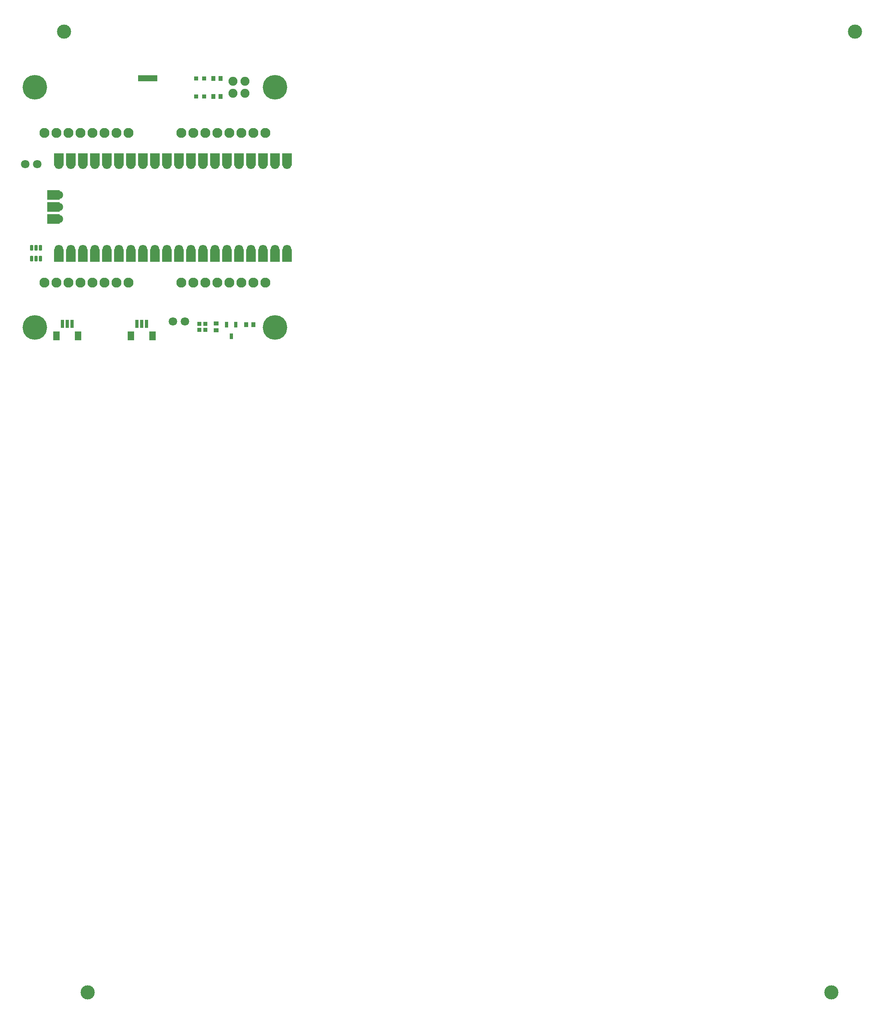
<source format=gts>
G04 Layer: TopSolderMaskLayer*
G04 EasyEDA v6.5.29, 2023-07-09 12:24:00*
G04 97f15dd9b7304d05b9f7bb3fd5aabb56,5a6b42c53f6a479593ecc07194224c93,10*
G04 Gerber Generator version 0.2*
G04 Scale: 100 percent, Rotated: No, Reflected: No *
G04 Dimensions in millimeters *
G04 leading zeros omitted , absolute positions ,4 integer and 5 decimal *
%FSLAX45Y45*%
%MOMM*%

%AMMACRO1*1,1,$1,$2,$3*1,1,$1,$4,$5*1,1,$1,0-$2,0-$3*1,1,$1,0-$4,0-$5*20,1,$1,$2,$3,$4,$5,0*20,1,$1,$4,$5,0-$2,0-$3,0*20,1,$1,0-$2,0-$3,0-$4,0-$5,0*20,1,$1,0-$4,0-$5,$2,$3,0*4,1,4,$2,$3,$4,$5,0-$2,0-$3,0-$4,0-$5,$2,$3,0*%
%ADD10MACRO1,0.1016X-0.4X0.4X0.4X0.4*%
%ADD11MACRO1,0.1016X0.45X0.4X0.45X-0.4*%
%ADD12MACRO1,0.1016X-0.6X0.9X0.6X0.9*%
%ADD13MACRO1,0.1016X-0.6007X0.8992X0.6007X0.8992*%
%ADD14MACRO1,0.1016X-0.3X0.775X0.3X0.775*%
%ADD15MACRO1,0.1016X-0.4032X-0.432X-0.4032X0.432*%
%ADD16MACRO1,0.1016X0.4032X-0.432X0.4032X0.432*%
%ADD17MACRO1,0.1016X-0.4X-0.4X-0.4X0.4*%
%ADD18MACRO1,0.1016X-0.3X-0.535X-0.3X0.535*%
%ADD19MACRO1,0.1016X0.266X-0.536X-0.266X-0.536*%
%ADD20C,5.2032*%
%ADD21C,2.1016*%
%ADD22C,1.8016*%
%ADD23C,1.9016*%
%ADD24C,3.0000*%
%ADD25C,0.0147*%

%LPD*%
D10*
G01*
X3989301Y458701D03*
G01*
X3989301Y328698D03*
G01*
X3859298Y328698D03*
G01*
X3859298Y458701D03*
D11*
G01*
X4216400Y323700D03*
G01*
X4216400Y463699D03*
D12*
G01*
X836813Y203951D03*
D13*
G01*
X1296786Y203974D03*
D14*
G01*
X1166812Y456450D03*
G01*
X1066812Y456450D03*
G01*
X966812Y456450D03*
D12*
G01*
X2411613Y203951D03*
D13*
G01*
X2871586Y203974D03*
D14*
G01*
X2741612Y456450D03*
G01*
X2641612Y456450D03*
G01*
X2541612Y456450D03*
D15*
G01*
X4304424Y5651500D03*
D16*
G01*
X4153775Y5651500D03*
D17*
G01*
X3958589Y5270500D03*
G01*
X3788410Y5270500D03*
D15*
G01*
X4304424Y5270500D03*
D16*
G01*
X4153775Y5270500D03*
D17*
G01*
X3958589Y5651500D03*
G01*
X3788410Y5651500D03*
D15*
G01*
X5002924Y444500D03*
D16*
G01*
X4852275Y444500D03*
D18*
G01*
X4628895Y440999D03*
G01*
X4438904Y440999D03*
G01*
X4533900Y194000D03*
D19*
G01*
X501396Y2070709D03*
G01*
X406400Y2070709D03*
G01*
X311403Y2070709D03*
G01*
X311403Y1840890D03*
G01*
X406400Y1840890D03*
G01*
X501396Y1840890D03*
D20*
G01*
X381000Y5461000D03*
G01*
X5461000Y5461000D03*
G01*
X5461000Y381000D03*
G01*
X381000Y381000D03*
D21*
G01*
X2362200Y4495800D03*
G01*
X2108200Y4495800D03*
G01*
X1854200Y4495800D03*
G01*
X1600200Y4495800D03*
G01*
X1346200Y4495800D03*
G01*
X1092200Y4495800D03*
G01*
X838200Y4495800D03*
G01*
X584200Y4495800D03*
D22*
G01*
X889000Y2679700D03*
G01*
X889000Y3187700D03*
G01*
X889000Y2933700D03*
G01*
X889000Y2044700D03*
G01*
X1143000Y2044700D03*
G01*
X1397000Y2044700D03*
G01*
X1651000Y2044700D03*
G01*
X1905000Y2044700D03*
G01*
X2159000Y2044700D03*
G01*
X2413000Y2044700D03*
G01*
X2667000Y2044700D03*
G01*
X2921000Y2044700D03*
G01*
X3175000Y2044700D03*
G01*
X3429000Y2044700D03*
G01*
X3683000Y2044700D03*
G01*
X3937000Y2044700D03*
G01*
X4191000Y2044700D03*
G01*
X4445000Y2044700D03*
G01*
X4699000Y2044700D03*
G01*
X4953000Y2044700D03*
G01*
X5207000Y2044700D03*
G01*
X5461000Y2044700D03*
G01*
X889000Y3822700D03*
G01*
X1143000Y3822700D03*
G01*
X1397000Y3822700D03*
G01*
X1651000Y3822700D03*
G01*
X1905000Y3822700D03*
G01*
X2159000Y3822700D03*
G01*
X2413000Y3822700D03*
G01*
X2667000Y3822700D03*
G01*
X2921000Y3822700D03*
G01*
X3175000Y3822700D03*
G01*
X3429000Y3822700D03*
G01*
X3683000Y3822700D03*
G01*
X3937000Y3822700D03*
G01*
X4191000Y3822700D03*
G01*
X4445000Y3822700D03*
G01*
X4699000Y3822700D03*
G01*
X4953000Y3822700D03*
G01*
X5207000Y3822700D03*
G01*
X5461000Y3822700D03*
G01*
X5715000Y2044700D03*
G01*
X5715000Y3822700D03*
D21*
G01*
X3479800Y4495800D03*
G01*
X3733800Y4495800D03*
G01*
X3987800Y4495800D03*
G01*
X4241800Y4495800D03*
G01*
X4495800Y4495800D03*
G01*
X4749800Y4495800D03*
G01*
X5003800Y4495800D03*
G01*
X5257800Y4495800D03*
G01*
X2359406Y1329893D03*
G01*
X2105406Y1329893D03*
G01*
X1851405Y1329893D03*
G01*
X1597405Y1329893D03*
G01*
X1343405Y1329893D03*
G01*
X1089405Y1329893D03*
G01*
X835405Y1329893D03*
G01*
X581405Y1329893D03*
G01*
X5255006Y1329893D03*
G01*
X5001006Y1329893D03*
G01*
X4747006Y1329893D03*
G01*
X4493006Y1329893D03*
G01*
X4239006Y1329893D03*
G01*
X3985006Y1329893D03*
G01*
X3731006Y1329893D03*
G01*
X3477006Y1329893D03*
D23*
G01*
X4826000Y5588000D03*
G01*
X4826000Y5334000D03*
G01*
X4572000Y5334000D03*
G01*
X4572000Y5588000D03*
D22*
G01*
X3302000Y508000D03*
G01*
X3556000Y508000D03*
G01*
X431800Y3835400D03*
G01*
X177800Y3835400D03*
D24*
G01*
X999997Y6641998D03*
G01*
X17725999Y6641998D03*
G01*
X1499996Y-13683995D03*
G01*
X17226000Y-13683995D03*
G36*
X788670Y2037079D02*
G01*
X989330Y2037079D01*
X989330Y1772919D01*
X788670Y1772919D01*
G37*
G36*
X1042670Y2037079D02*
G01*
X1243330Y2037079D01*
X1243330Y1772919D01*
X1042670Y1772919D01*
G37*
G36*
X1296670Y2037079D02*
G01*
X1497330Y2037079D01*
X1497330Y1772919D01*
X1296670Y1772919D01*
G37*
G36*
X1550670Y2037079D02*
G01*
X1751330Y2037079D01*
X1751330Y1772919D01*
X1550670Y1772919D01*
G37*
G36*
X1804670Y2037079D02*
G01*
X2005329Y2037079D01*
X2005329Y1772919D01*
X1804670Y1772919D01*
G37*
G36*
X2058670Y2037079D02*
G01*
X2259329Y2037079D01*
X2259329Y1772919D01*
X2058670Y1772919D01*
G37*
G36*
X2312670Y2037079D02*
G01*
X2513329Y2037079D01*
X2513329Y1772919D01*
X2312670Y1772919D01*
G37*
G36*
X2566670Y2037079D02*
G01*
X2767329Y2037079D01*
X2767329Y1772919D01*
X2566670Y1772919D01*
G37*
G36*
X2820670Y2037079D02*
G01*
X3021329Y2037079D01*
X3021329Y1772919D01*
X2820670Y1772919D01*
G37*
G36*
X3074670Y2037079D02*
G01*
X3275329Y2037079D01*
X3275329Y1772919D01*
X3074670Y1772919D01*
G37*
G36*
X3328670Y2037079D02*
G01*
X3529329Y2037079D01*
X3529329Y1772919D01*
X3328670Y1772919D01*
G37*
G36*
X3582670Y2037079D02*
G01*
X3783329Y2037079D01*
X3783329Y1772919D01*
X3582670Y1772919D01*
G37*
G36*
X3836670Y2037079D02*
G01*
X4037329Y2037079D01*
X4037329Y1772919D01*
X3836670Y1772919D01*
G37*
G36*
X4090670Y2037079D02*
G01*
X4291329Y2037079D01*
X4291329Y1772919D01*
X4090670Y1772919D01*
G37*
G36*
X4344670Y2037079D02*
G01*
X4545329Y2037079D01*
X4545329Y1772919D01*
X4344670Y1772919D01*
G37*
G36*
X4598670Y2037079D02*
G01*
X4799329Y2037079D01*
X4799329Y1772919D01*
X4598670Y1772919D01*
G37*
G36*
X4852670Y2037079D02*
G01*
X5053329Y2037079D01*
X5053329Y1772919D01*
X4852670Y1772919D01*
G37*
G36*
X5106670Y2037079D02*
G01*
X5307329Y2037079D01*
X5307329Y1772919D01*
X5106670Y1772919D01*
G37*
G36*
X5360670Y2037079D02*
G01*
X5561329Y2037079D01*
X5561329Y1772919D01*
X5360670Y1772919D01*
G37*
G36*
X5614670Y2037079D02*
G01*
X5815329Y2037079D01*
X5815329Y1772919D01*
X5614670Y1772919D01*
G37*
G36*
X788670Y4069079D02*
G01*
X989330Y4069079D01*
X989330Y3804919D01*
X788670Y3804919D01*
G37*
G36*
X1042670Y4069079D02*
G01*
X1243330Y4069079D01*
X1243330Y3804919D01*
X1042670Y3804919D01*
G37*
G36*
X1296670Y4069079D02*
G01*
X1497330Y4069079D01*
X1497330Y3804919D01*
X1296670Y3804919D01*
G37*
G36*
X1550670Y4069079D02*
G01*
X1751330Y4069079D01*
X1751330Y3804919D01*
X1550670Y3804919D01*
G37*
G36*
X1804670Y4069079D02*
G01*
X2005329Y4069079D01*
X2005329Y3804919D01*
X1804670Y3804919D01*
G37*
G36*
X2058670Y4069079D02*
G01*
X2259329Y4069079D01*
X2259329Y3804919D01*
X2058670Y3804919D01*
G37*
G36*
X2312670Y4069079D02*
G01*
X2513329Y4069079D01*
X2513329Y3804919D01*
X2312670Y3804919D01*
G37*
G36*
X2566670Y4069079D02*
G01*
X2767329Y4069079D01*
X2767329Y3804919D01*
X2566670Y3804919D01*
G37*
G36*
X2820670Y4069079D02*
G01*
X3021329Y4069079D01*
X3021329Y3804919D01*
X2820670Y3804919D01*
G37*
G36*
X3074670Y4069079D02*
G01*
X3275329Y4069079D01*
X3275329Y3804919D01*
X3074670Y3804919D01*
G37*
G36*
X3328670Y4069079D02*
G01*
X3529329Y4069079D01*
X3529329Y3804919D01*
X3328670Y3804919D01*
G37*
G36*
X3582670Y4069079D02*
G01*
X3783329Y4069079D01*
X3783329Y3804919D01*
X3582670Y3804919D01*
G37*
G36*
X3836670Y4069079D02*
G01*
X4037329Y4069079D01*
X4037329Y3804919D01*
X3836670Y3804919D01*
G37*
G36*
X4090670Y4069079D02*
G01*
X4291329Y4069079D01*
X4291329Y3804919D01*
X4090670Y3804919D01*
G37*
G36*
X4344670Y4069079D02*
G01*
X4545329Y4069079D01*
X4545329Y3804919D01*
X4344670Y3804919D01*
G37*
G36*
X4598670Y4069079D02*
G01*
X4799329Y4069079D01*
X4799329Y3804919D01*
X4598670Y3804919D01*
G37*
G36*
X4852670Y4069079D02*
G01*
X5053329Y4069079D01*
X5053329Y3804919D01*
X4852670Y3804919D01*
G37*
G36*
X5106670Y4069079D02*
G01*
X5307329Y4069079D01*
X5307329Y3804919D01*
X5106670Y3804919D01*
G37*
G36*
X5360670Y4069079D02*
G01*
X5561329Y4069079D01*
X5561329Y3804919D01*
X5360670Y3804919D01*
G37*
G36*
X5614670Y4069079D02*
G01*
X5815329Y4069079D01*
X5815329Y3804919D01*
X5614670Y3804919D01*
G37*
G36*
X642620Y3287293D02*
G01*
X906780Y3287293D01*
X906780Y3086633D01*
X642620Y3086633D01*
G37*
G36*
X642620Y2779293D02*
G01*
X906780Y2779293D01*
X906780Y2578633D01*
X642620Y2578633D01*
G37*
G36*
X642620Y3033293D02*
G01*
X906780Y3033293D01*
X906780Y2832633D01*
X642620Y2832633D01*
G37*
G36*
X2565400Y5715000D02*
G01*
X2971800Y5715000D01*
X2971800Y5588000D01*
X2565400Y5588000D01*
G37*
M02*

</source>
